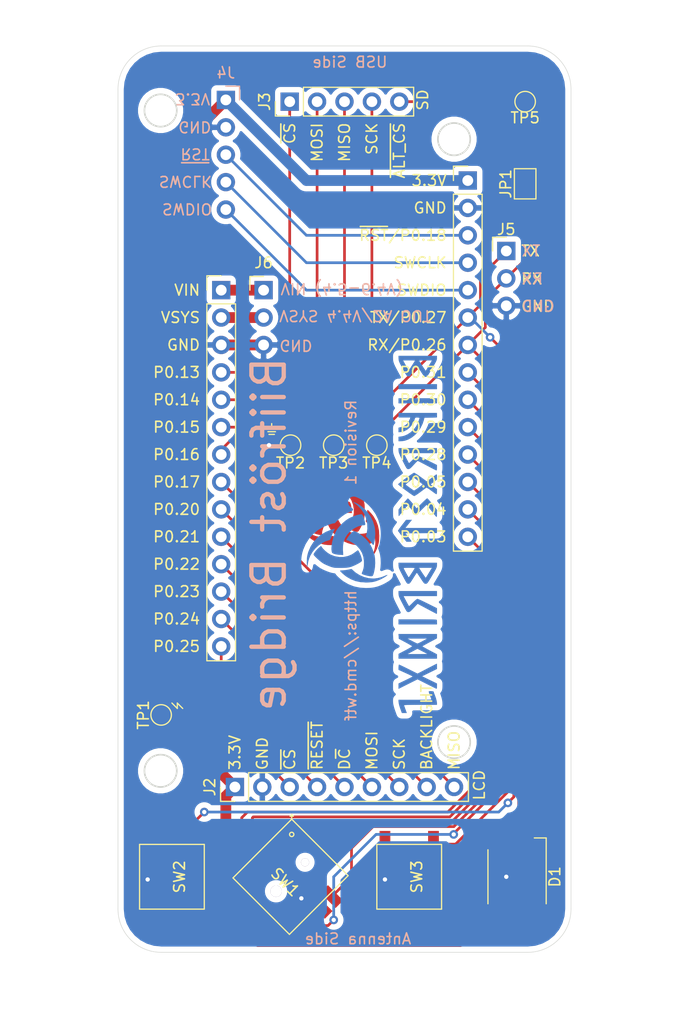
<source format=kicad_pcb>
(kicad_pcb (version 20171130) (host pcbnew "(5.1.6)-1")
  (title_block (title "Biifröst Bridge") (date 2020-08-19) (rev 1) (company cmd.wtf))
  (layers (0 F.Cu signal) (31 B.Cu signal) (34 B.Paste user) (35 F.Paste user) (36 B.SilkS user) (37 F.SilkS user) (38 B.Mask user) (39 F.Mask user) (44 Edge.Cuts user))
  (net 0 "")
  (net 1 "Net-(D1-Pad6)")
  (net 2 "Net-(D1-Pad5)")
  (net 3 +3V3)
  (net 4 GND)
  (net 5 /RX)
  (net 6 /TX)
  (net 7 /SD_SCK)
  (net 8 /LCD_BACKLIGHT)
  (net 9 /SD_MOSI)
  (net 10 /LCD_MOSI)
  (net 11 /LCD_MISO)
  (net 12 /SD_MISO)
  (net 13 /LCD_SCK)
  (net 14 /INPUT_DOWN)
  (net 15 "Net-(J1-Pad17)")
  (net 16 "Net-(J1-Pad19)")
  (net 17 "Net-(J1-Pad18)")
  (net 18 "Net-(J1-Pad22)")
  (net 19 /INPUT_SELECT)
  (net 20 /INPUT_RIGHT)
  (net 21 "Net-(J1-Pad23)")
  (net 22 /INPUT_UP)
  (net 23 /INPUT_LEFT)
  (net 24 /LCD_D~C~)
  (net 25 /~LCD_CS~)
  (net 26 /~LCD_RST~)
  (net 27 /~SD_CS~)
  (net 28 /~ALT_CS~)
  (net 29 /VIN)
  (net 30 /VSYS)
  (module Connector_PinHeader_2.54mm:PinHeader_1x03_P2.54mm_Horizontal (layer F.Cu) (at 13.5 22.63)
    (fp_text reference J6 (at 0 -2.54 180) (layer F.SilkS))
    (fp_text value "OPT PWR *DNP*")
    (pad 3 thru_hole oval (at 0 5.08) (size 1.7 1.7) (drill 1) (layers *.Cu *.Mask) (net 4 GND))
    (pad 2 thru_hole oval (at 0 2.54) (size 1.7 1.7) (drill 1) (layers *.Cu *.Mask) (net 30 /VSYS))
    (pad 1 thru_hole rect (at 0 0) (size 1.7 1.7) (drill 1) (layers *.Cu *.Mask) (net 29 /VIN))
  )
  (module Connector_PinHeader_2.54mm:PinHeader_1x03_P2.54mm_Horizontal (layer F.Cu) (at 36 19)
    (fp_text reference J5 (at 0 -2 180) (layer F.SilkS))
    (fp_text value "DEBUG UART *DNP*")
    (pad 3 thru_hole oval (at 0 5.08) (size 1.7 1.7) (drill 1) (layers *.Cu *.Mask) (net 4 GND))
    (pad 2 thru_hole oval (at 0 2.54) (size 1.7 1.7) (drill 1) (layers *.Cu *.Mask) (net 5 /RX))
    (pad 1 thru_hole rect (at 0 0) (size 1.7 1.7) (drill 1) (layers *.Cu *.Mask) (net 6 /TX))
  )
  (module Connector_PinHeader_2.54mm:PinHeader_1x05_P2.54mm_Horizontal (layer B.Cu) (at 10 5 180)
    (fp_text reference J4 (at 0 2.5) (layer B.SilkS) (effects (justify mirror)))
    (fp_text value CMSIS-DAP)
    (pad 5 thru_hole oval (at 0 -10.16 180) (size 1.7 1.7) (drill 1) (layers *.Cu *.Mask) (net 16 "Net-(J1-Pad19)"))
    (pad 4 thru_hole oval (at 0 -7.62 180) (size 1.7 1.7) (drill 1) (layers *.Cu *.Mask) (net 17 "Net-(J1-Pad18)"))
    (pad 3 thru_hole oval (at 0 -5.08 180) (size 1.7 1.7) (drill 1) (layers *.Cu *.Mask) (net 15 "Net-(J1-Pad17)"))
    (pad 2 thru_hole oval (at 0 -2.54 180) (size 1.7 1.7) (drill 1) (layers *.Cu *.Mask) (net 4 GND))
    (pad 1 thru_hole rect (at 0 0 180) (size 1.7 1.7) (drill 1) (layers *.Cu *.Mask) (net 3 +3V3))
  )
  (module Biifröst:Horn_of_Odin (layer F.Cu) (at 21 44)
    (fp_text reference Ref** hide)
    (fp_text value Val** hide)
    (fp_poly (pts (xy 2.188939 -0.968638) (xy 2.277289 -0.887379) (xy 2.387789 -0.771793) (xy 2.505507 -0.638118) (xy 2.615509 -0.502591) (xy 2.694913 -0.393435) (xy 2.931983 0.018527) (xy 3.095962 0.445124) (xy 3.191356 0.901604) (xy 3.222644 1.3925) (xy 3.213111 1.74173) (xy 3.177286 2.03972) (xy 3.108682 2.31755) (xy 3.00081 2.606298) (xy 2.941242 2.740459) (xy 2.869073 2.885438) (xy 2.785828 3.034937) (xy 2.700965 3.174408) (xy 2.623943 3.289303) (xy 2.564221 3.365073) (xy 2.531258 3.38717) (xy 2.527667 3.376564) (xy 2.544283 3.314868) (xy 2.587384 3.203431) (xy 2.63496 3.094539) (xy 2.736579 2.820454) (xy 2.814343 2.508824) (xy 2.85879 2.202202) (xy 2.865598 2.057465) (xy 2.828897 1.642916) (xy 2.721721 1.225396) (xy 2.552458 0.826981) (xy 2.329495 0.469746) (xy 2.204853 0.318268) (xy 1.973224 0.062309) (xy 2.038779 -0.255061) (xy 2.07203 -0.445738) (xy 2.09562 -0.637699) (xy 2.104333 -0.785882) (xy 2.110285 -0.907228) (xy 2.125515 -0.984554) (xy 2.137675 -0.999333) (xy 2.188939 -0.968638)) (layer F.Cu) (width 0.01))
    (fp_poly (pts (xy -4.20117 0.257614) (xy -4.136852 0.333755) (xy -4.081893 0.410753) (xy -3.906984 0.625161) (xy -3.680217 0.846196) (xy -3.428904 1.050475) (xy -3.180358 1.214618) (xy -3.082209 1.266522) (xy -2.655313 1.430394) (xy -2.215058 1.5214) (xy -1.776443 1.537761) (xy -1.354466 1.477698) (xy -1.337341 1.47348) (xy -1.06944 1.406293) (xy -0.833153 1.622245) (xy -0.685508 1.748397) (xy -0.530259 1.86731) (xy -0.407632 1.949097) (xy -0.307843 2.016789) (xy -0.254404 2.07177) (xy -0.252948 2.093377) (xy -0.326214 2.12812) (xy -0.464039 2.163978) (xy -0.646417 2.197862) (xy -0.853346 2.226684) (xy -1.06482 2.247353) (xy -1.260836 2.256781) (xy -1.312299 2.256968) (xy -1.523037 2.248375) (xy -1.73965 2.228739) (xy -1.920382 2.202014) (xy -1.944202 2.197123) (xy -2.42583 2.053979) (xy -2.867367 1.840805) (xy -3.277486 1.552786) (xy -3.54771 1.30687) (xy -3.761696 1.077365) (xy -3.926239 0.860987) (xy -4.064434 0.627202) (xy -4.070435 0.615722) (xy -4.160941 0.43357) (xy -4.213025 0.31091) (xy -4.226498 0.251128) (xy -4.20117 0.257614)) (layer F.Cu) (width 0.01))
    (fp_poly (pts (xy -0.692223 -0.372981) (xy -0.689667 -0.352556) (xy -0.665932 -0.253815) (xy -0.602434 -0.107978) (xy -0.510727 0.064715) (xy -0.402371 0.24402) (xy -0.288921 0.409697) (xy -0.181935 0.541503) (xy -0.174937 0.548991) (xy 0.137519 0.830037) (xy 0.472499 1.032344) (xy 0.839247 1.159834) (xy 1.247007 1.216434) (xy 1.405833 1.220211) (xy 1.666306 1.211361) (xy 1.883915 1.18141) (xy 2.095556 1.122466) (xy 2.338121 1.026637) (xy 2.364519 1.015151) (xy 2.407547 1.013141) (xy 2.447053 1.058239) (xy 2.492261 1.164286) (xy 2.522392 1.252075) (xy 2.575569 1.439371) (xy 2.619355 1.639222) (xy 2.637941 1.758581) (xy 2.648787 1.877413) (xy 2.641146 1.962059) (xy 2.602609 2.022883) (xy 2.520763 2.07025) (xy 2.383199 2.114524) (xy 2.177505 2.166072) (xy 2.138948 2.175327) (xy 1.80588 2.231761) (xy 1.437672 2.255274) (xy 1.070975 2.245302) (xy 0.742438 2.20128) (xy 0.722798 2.197123) (xy 0.341033 2.085963) (xy -0.04838 1.92188) (xy -0.296548 1.788512) (xy -0.542244 1.615429) (xy -0.793742 1.390371) (xy -1.034221 1.132601) (xy -1.24686 0.861386) (xy -1.414837 0.595991) (xy -1.503901 0.405767) (xy -1.528941 0.319059) (xy -1.518258 0.248845) (xy -1.462962 0.16255) (xy -1.424154 0.113499) (xy -1.3419 0.028775) (xy -1.221332 -0.075528) (xy -1.081602 -0.185182) (xy -0.94186 -0.285959) (xy -0.821258 -0.36363) (xy -0.738947 -0.403967) (xy -0.724024 -0.406666) (xy -0.692223 -0.372981)) (layer F.Cu) (width 0.01))
    (fp_poly (pts (xy 0.262777 -1.784339) (xy 0.39576 -1.763611) (xy 0.472824 -1.730997) (xy 0.522372 -1.666974) (xy 0.561784 -1.578815) (xy 0.599973 -1.448696) (xy 0.632753 -1.270031) (xy 0.653667 -1.078936) (xy 0.65506 -1.0571) (xy 0.675108 -0.712701) (xy 0.213234 -0.734593) (xy -0.204001 -0.728694) (xy -0.569747 -0.664969) (xy -0.898959 -0.538069) (xy -1.206588 -0.342647) (xy -1.435075 -0.145081) (xy -1.64972 0.098079) (xy -1.832386 0.377205) (xy -1.972826 0.671325) (xy -2.060794 0.959466) (xy -2.086667 1.188517) (xy -2.094845 1.284554) (xy -2.133653 1.321711) (xy -2.203083 1.325984) (xy -2.30675 1.312529) (xy -2.454202 1.28086) (xy -2.5735 1.249133) (xy -2.737103 1.196012) (xy -2.890269 1.137157) (xy -2.969393 1.100667) (xy -3.056282 1.049022) (xy -3.09271 0.995384) (xy -3.092716 0.907394) (xy -3.083159 0.838473) (xy -3.023482 0.574428) (xy -2.923613 0.276997) (xy -2.795958 -0.02086) (xy -2.671116 -0.256104) (xy -2.493437 -0.511417) (xy -2.265115 -0.77524) (xy -2.010374 -1.022992) (xy -1.753438 -1.23009) (xy -1.632029 -1.310523) (xy -1.307617 -1.47851) (xy -0.947002 -1.616578) (xy -0.572733 -1.719089) (xy -0.207362 -1.780402) (xy 0.126561 -1.794881) (xy 0.262777 -1.784339)) (layer F.Cu) (width 0.01))
    (fp_poly (pts (xy 0.694079 -3.423494) (xy 0.79382 -3.339254) (xy 0.919708 -3.215861) (xy 1.058925 -3.067232) (xy 1.198651 -2.90728) (xy 1.326067 -2.749921) (xy 1.428354 -2.609071) (xy 1.463629 -2.553333) (xy 1.545813 -2.397312) (xy 1.636989 -2.197713) (xy 1.720467 -1.991636) (xy 1.738796 -1.941725) (xy 1.790454 -1.792903) (xy 1.826603 -1.669741) (xy 1.849976 -1.551396) (xy 1.863307 -1.417025) (xy 1.86933 -1.245785) (xy 1.870779 -1.016832) (xy 1.870733 -0.935833) (xy 1.865861 -0.618295) (xy 1.848838 -0.362093) (xy 1.814764 -0.144205) (xy 1.758739 0.058387) (xy 1.675863 0.268704) (xy 1.564368 0.5035) (xy 1.443595 0.734436) (xy 1.346563 0.893687) (xy 1.267642 0.988978) (xy 1.201202 1.028031) (xy 1.180701 1.029881) (xy 1.101357 1.017709) (xy 0.974215 0.989455) (xy 0.881096 0.965674) (xy 0.737676 0.918855) (xy 0.582593 0.855468) (xy 0.436192 0.785591) (xy 0.318815 0.7193) (xy 0.250806 0.666671) (xy 0.241667 0.648944) (xy 0.266784 0.601509) (xy 0.331525 0.512541) (xy 0.393179 0.435995) (xy 0.622149 0.098225) (xy 0.77822 -0.27298) (xy 0.860339 -0.666258) (xy 0.867453 -1.070245) (xy 0.798507 -1.473581) (xy 0.652448 -1.864902) (xy 0.613635 -1.941203) (xy 0.469486 -2.16646) (xy 0.283391 -2.393358) (xy 0.0827 -2.590565) (xy -0.031808 -2.680534) (xy -0.157115 -2.76808) (xy -0.000359 -2.959379) (xy 0.11651 -3.086028) (xy 0.255681 -3.213465) (xy 0.398265 -3.32693) (xy 0.525374 -3.411657) (xy 0.618122 -3.452885) (xy 0.633305 -3.454667) (xy 0.694079 -3.423494)) (layer F.Cu) (width 0.01))
    (fp_poly (pts (xy 1.43138 -4.080528) (xy 1.623659 -4.07529) (xy 1.745219 -4.069247) (xy 1.793811 -4.059932) (xy 1.767187 -4.044879) (xy 1.663098 -4.021623) (xy 1.479296 -3.987698) (xy 1.321167 -3.959667) (xy 1.163249 -3.919424) (xy 0.966147 -3.851763) (xy 0.765315 -3.769236) (xy 0.707333 -3.742352) (xy 0.382032 -3.550184) (xy 0.076911 -3.30127) (xy -0.195244 -3.010941) (xy -0.421643 -2.694527) (xy -0.589498 -2.36736) (xy -0.679163 -2.080171) (xy -0.702419 -1.991533) (xy -0.740256 -1.933174) (xy -0.812975 -1.88821) (xy -0.940875 -1.839758) (xy -0.987161 -1.824003) (xy -1.172734 -1.755206) (xy -1.365271 -1.674391) (xy -1.48201 -1.619389) (xy -1.623623 -1.549432) (xy -1.705424 -1.51505) (xy -1.741821 -1.511079) (xy -1.748 -1.524041) (xy -1.736513 -1.569757) (xy -1.706254 -1.674555) (xy -1.663531 -1.816648) (xy -1.659157 -1.830957) (xy -1.469776 -2.310617) (xy -1.211622 -2.747511) (xy -0.89152 -3.135098) (xy -0.516296 -3.466834) (xy -0.092776 -3.736178) (xy 0.372216 -3.936587) (xy 0.611113 -4.00713) (xy 0.812027 -4.050478) (xy 1.010415 -4.074779) (xy 1.238337 -4.082901) (xy 1.43138 -4.080528)) (layer F.Cu) (width 0.01))
  )
  (module Biifröst:Logo (layer B.Cu) (at 21.59 46.5 270)
    (fp_text reference Ref** hide)
    (fp_text value Val** hide)
    (fp_poly (pts (xy 1.43138 4.080528) (xy 1.623659 4.07529) (xy 1.745219 4.069247) (xy 1.793811 4.059932) (xy 1.767187 4.044879) (xy 1.663098 4.021623) (xy 1.479296 3.987698) (xy 1.321167 3.959667) (xy 1.163249 3.919424) (xy 0.966147 3.851763) (xy 0.765315 3.769236) (xy 0.707333 3.742352) (xy 0.382032 3.550184) (xy 0.076911 3.30127) (xy -0.195244 3.010941) (xy -0.421643 2.694527) (xy -0.589498 2.36736) (xy -0.679163 2.080171) (xy -0.702419 1.991533) (xy -0.740256 1.933174) (xy -0.812975 1.88821) (xy -0.940875 1.839758) (xy -0.987161 1.824003) (xy -1.172734 1.755206) (xy -1.365271 1.674391) (xy -1.48201 1.619389) (xy -1.623623 1.549432) (xy -1.705424 1.51505) (xy -1.741821 1.511079) (xy -1.748 1.524041) (xy -1.736513 1.569757) (xy -1.706254 1.674555) (xy -1.663531 1.816648) (xy -1.659157 1.830957) (xy -1.469776 2.310617) (xy -1.211622 2.747511) (xy -0.89152 3.135098) (xy -0.516296 3.466834) (xy -0.092776 3.736178) (xy 0.372216 3.936587) (xy 0.611113 4.00713) (xy 0.812027 4.050478) (xy 1.010415 4.074779) (xy 1.238337 4.082901) (xy 1.43138 4.080528)) (layer B.Cu) (width 0.01))
    (fp_poly (pts (xy 0.694079 3.423494) (xy 0.79382 3.339254) (xy 0.919708 3.215861) (xy 1.058925 3.067232) (xy 1.198651 2.90728) (xy 1.326067 2.749921) (xy 1.428354 2.609071) (xy 1.463629 2.553333) (xy 1.545813 2.397312) (xy 1.636989 2.197713) (xy 1.720467 1.991636) (xy 1.738796 1.941725) (xy 1.790454 1.792903) (xy 1.826603 1.669741) (xy 1.849976 1.551396) (xy 1.863307 1.417025) (xy 1.86933 1.245785) (xy 1.870779 1.016832) (xy 1.870733 0.935833) (xy 1.865861 0.618295) (xy 1.848838 0.362093) (xy 1.814764 0.144205) (xy 1.758739 -0.058387) (xy 1.675863 -0.268704) (xy 1.564368 -0.5035) (xy 1.443595 -0.734436) (xy 1.346563 -0.893687) (xy 1.267642 -0.988978) (xy 1.201202 -1.028031) (xy 1.180701 -1.029881) (xy 1.101357 -1.017709) (xy 0.974215 -0.989455) (xy 0.881096 -0.965674) (xy 0.737676 -0.918855) (xy 0.582593 -0.855468) (xy 0.436192 -0.785591) (xy 0.318815 -0.7193) (xy 0.250806 -0.666671) (xy 0.241667 -0.648944) (xy 0.266784 -0.601509) (xy 0.331525 -0.512541) (xy 0.393179 -0.435995) (xy 0.622149 -0.098225) (xy 0.77822 0.27298) (xy 0.860339 0.666258) (xy 0.867453 1.070245) (xy 0.798507 1.473581) (xy 0.652448 1.864902) (xy 0.613635 1.941203) (xy 0.469486 2.16646) (xy 0.283391 2.393358) (xy 0.0827 2.590565) (xy -0.031808 2.680534) (xy -0.157115 2.76808) (xy -0.000359 2.959379) (xy 0.11651 3.086028) (xy 0.255681 3.213465) (xy 0.398265 3.32693) (xy 0.525374 3.411657) (xy 0.618122 3.452885) (xy 0.633305 3.454667) (xy 0.694079 3.423494)) (layer B.Cu) (width 0.01))
    (fp_poly (pts (xy 0.262777 1.784339) (xy 0.39576 1.763611) (xy 0.472824 1.730997) (xy 0.522372 1.666974) (xy 0.561784 1.578815) (xy 0.599973 1.448696) (xy 0.632753 1.270031) (xy 0.653667 1.078936) (xy 0.65506 1.0571) (xy 0.675108 0.712701) (xy 0.213234 0.734593) (xy -0.204001 0.728694) (xy -0.569747 0.664969) (xy -0.898959 0.538069) (xy -1.206588 0.342647) (xy -1.435075 0.145081) (xy -1.64972 -0.098079) (xy -1.832386 -0.377205) (xy -1.972826 -0.671325) (xy -2.060794 -0.959466) (xy -2.086667 -1.188517) (xy -2.094845 -1.284554) (xy -2.133653 -1.321711) (xy -2.203083 -1.325984) (xy -2.30675 -1.312529) (xy -2.454202 -1.28086) (xy -2.5735 -1.249133) (xy -2.737103 -1.196012) (xy -2.890269 -1.137157) (xy -2.969393 -1.100667) (xy -3.056282 -1.049022) (xy -3.09271 -0.995384) (xy -3.092716 -0.907394) (xy -3.083159 -0.838473) (xy -3.023482 -0.574428) (xy -2.923613 -0.276997) (xy -2.795958 0.02086) (xy -2.671116 0.256104) (xy -2.493437 0.511417) (xy -2.265115 0.77524) (xy -2.010374 1.022992) (xy -1.753438 1.23009) (xy -1.632029 1.310523) (xy -1.307617 1.47851) (xy -0.947002 1.616578) (xy -0.572733 1.719089) (xy -0.207362 1.780402) (xy 0.126561 1.794881) (xy 0.262777 1.784339)) (layer B.Cu) (width 0.01))
    (fp_poly (pts (xy -0.692223 0.372981) (xy -0.689667 0.352556) (xy -0.665932 0.253815) (xy -0.602434 0.107978) (xy -0.510727 -0.064715) (xy -0.402371 -0.24402) (xy -0.288921 -0.409697) (xy -0.181935 -0.541503) (xy -0.174937 -0.548991) (xy 0.137519 -0.830037) (xy 0.472499 -1.032344) (xy 0.839247 -1.159834) (xy 1.247007 -1.216434) (xy 1.405833 -1.220211) (xy 1.666306 -1.211361) (xy 1.883915 -1.18141) (xy 2.095556 -1.122466) (xy 2.338121 -1.026637) (xy 2.364519 -1.015151) (xy 2.407547 -1.013141) (xy 2.447053 -1.058239) (xy 2.492261 -1.164286) (xy 2.522392 -1.252075) (xy 2.575569 -1.439371) (xy 2.619355 -1.639222) (xy 2.637941 -1.758581) (xy 2.648787 -1.877413) (xy 2.641146 -1.962059) (xy 2.602609 -2.022883) (xy 2.520763 -2.07025) (xy 2.383199 -2.114524) (xy 2.177505 -2.166072) (xy 2.138948 -2.175327) (xy 1.80588 -2.231761) (xy 1.437672 -2.255274) (xy 1.070975 -2.245302) (xy 0.742438 -2.20128) (xy 0.722798 -2.197123) (xy 0.341033 -2.085963) (xy -0.04838 -1.92188) (xy -0.296548 -1.788512) (xy -0.542244 -1.615429) (xy -0.793742 -1.390371) (xy -1.034221 -1.132601) (xy -1.24686 -0.861386) (xy -1.414837 -0.595991) (xy -1.503901 -0.405767) (xy -1.528941 -0.319059) (xy -1.518258 -0.248845) (xy -1.462962 -0.16255) (xy -1.424154 -0.113499) (xy -1.3419 -0.028775) (xy -1.221332 0.075528) (xy -1.081602 0.185182) (xy -0.94186 0.285959) (xy -0.821258 0.36363) (xy -0.738947 0.403967) (xy -0.724024 0.406666) (xy -0.692223 0.372981)) (layer B.Cu) (width 0.01))
    (fp_poly (pts (xy -4.20117 -0.257614) (xy -4.136852 -0.333755) (xy -4.081893 -0.410753) (xy -3.906984 -0.625161) (xy -3.680217 -0.846196) (xy -3.428904 -1.050475) (xy -3.180358 -1.214618) (xy -3.082209 -1.266522) (xy -2.655313 -1.430394) (xy -2.215058 -1.5214) (xy -1.776443 -1.537761) (xy -1.354466 -1.477698) (xy -1.337341 -1.47348) (xy -1.06944 -1.406293) (xy -0.833153 -1.622245) (xy -0.685508 -1.748397) (xy -0.530259 -1.86731) (xy -0.407632 -1.949097) (xy -0.307843 -2.016789) (xy -0.254404 -2.07177) (xy -0.252948 -2.093377) (xy -0.326214 -2.12812) (xy -0.464039 -2.163978) (xy -0.646417 -2.197862) (xy -0.853346 -2.226684) (xy -1.06482 -2.247353) (xy -1.260836 -2.256781) (xy -1.312299 -2.256968) (xy -1.523037 -2.248375) (xy -1.73965 -2.228739) (xy -1.920382 -2.202014) (xy -1.944202 -2.197123) (xy -2.42583 -2.053979) (xy -2.867367 -1.840805) (xy -3.277486 -1.552786) (xy -3.54771 -1.30687) (xy -3.761696 -1.077365) (xy -3.926239 -0.860987) (xy -4.064434 -0.627202) (xy -4.070435 -0.615722) (xy -4.160941 -0.43357) (xy -4.213025 -0.31091) (xy -4.226498 -0.251128) (xy -4.20117 -0.257614)) (layer B.Cu) (width 0.01))
    (fp_poly (pts (xy 2.188939 0.968638) (xy 2.277289 0.887379) (xy 2.387789 0.771793) (xy 2.505507 0.638118) (xy 2.615509 0.502591) (xy 2.694913 0.393435) (xy 2.931983 -0.018527) (xy 3.095962 -0.445124) (xy 3.191356 -0.901604) (xy 3.222644 -1.3925) (xy 3.213111 -1.74173) (xy 3.177286 -2.03972) (xy 3.108682 -2.31755) (xy 3.00081 -2.606298) (xy 2.941242 -2.740459) (xy 2.869073 -2.885438) (xy 2.785828 -3.034937) (xy 2.700965 -3.174408) (xy 2.623943 -3.289303) (xy 2.564221 -3.365073) (xy 2.531258 -3.38717) (xy 2.527667 -3.376564) (xy 2.544283 -3.314868) (xy 2.587384 -3.203431) (xy 2.63496 -3.094539) (xy 2.736579 -2.820454) (xy 2.814343 -2.508824) (xy 2.85879 -2.202202) (xy 2.865598 -2.057465) (xy 2.828897 -1.642916) (xy 2.721721 -1.225396) (xy 2.552458 -0.826981) (xy 2.329495 -0.469746) (xy 2.204853 -0.318268) (xy 1.973224 -0.062309) (xy 2.038779 0.255061) (xy 2.07203 0.445738) (xy 2.09562 0.637699) (xy 2.104333 0.785882) (xy 2.110285 0.907228) (xy 2.125515 0.984554) (xy 2.137675 0.999333) (xy 2.188939 0.968638)) (layer B.Cu) (width 0.01))
  )
  (module Biifröst:Wordmark (layer B.Cu) (at 28 45.25 270)
    (fp_text reference Ref** hide)
    (fp_text value Val** hide)
    (fp_poly (pts (xy 15.663114 1.970965) (xy 15.846727 1.927958) (xy 16.058884 1.863789) (xy 16.146494 1.833475) (xy 16.573 1.680283) (xy 16.573 1.225556) (xy 16.22623 1.352111) (xy 16.066239 1.409152) (xy 15.936662 1.452839) (xy 15.8579 1.476397) (xy 15.84523 1.478666) (xy 15.837375 1.437908) (xy 15.830155 1.32193) (xy 15.823782 1.140178) (xy 15.818467 0.902097) (xy 15.814424 0.617135) (xy 15.811865 0.294737) (xy 15.811 -0.045334) (xy 15.811 -1.569334) (xy 15.609917 -1.564852) (xy 15.464809 -1.545188) (xy 15.267112 -1.495304) (xy 15.040645 -1.421442) (xy 14.9855 -1.401158) (xy 14.562167 -1.241946) (xy 14.549371 -1.02464) (xy 14.54931 -0.898972) (xy 14.563874 -0.8214) (xy 14.578233 -0.807334) (xy 14.634654 -0.821183) (xy 14.749268 -0.858129) (xy 14.901094 -0.911272) (xy 14.964333 -0.934334) (xy 15.121296 -0.991482) (xy 15.245364 -1.03529) (xy 15.317223 -1.058995) (xy 15.327054 -1.061334) (xy 15.331249 -1.020575) (xy 15.335105 -0.904595) (xy 15.338508 -0.722842) (xy 15.341346 -0.48476) (xy 15.343505 -0.199795) (xy 15.344871 0.122605) (xy 15.345333 0.462666) (xy 15.345333 1.986666) (xy 15.53266 1.986666) (xy 15.663114 1.970965)) (layer B.Cu) (width 0.01))
    (fp_poly (pts (xy 13.450522 0.229796) (xy 13.887668 -0.638019) (xy 14.012617 -0.887206) (xy 14.123839 -1.111198) (xy 14.21593 -1.298933) (xy 14.283487 -1.439348) (xy 14.321104 -1.52138) (xy 14.327074 -1.537584) (xy 14.289952 -1.554541) (xy 14.191395 -1.56606) (xy 14.083038 -1.569334) (xy 13.836742 -1.569334) (xy 13.502196 -0.881417) (xy 13.167649 -0.1935) (xy 12.491351 -1.569334) (xy 12.246175 -1.569334) (xy 12.114834 -1.567614) (xy 12.025857 -1.563157) (xy 12.001 -1.558355) (xy 12.019614 -1.519328) (xy 12.071872 -1.415676) (xy 12.152394 -1.257912) (xy 12.255803 -1.056549) (xy 12.37672 -0.822101) (xy 12.461213 -0.658772) (xy 12.921425 0.229833) (xy 12.503546 1.065513) (xy 12.38181 1.310823) (xy 12.274037 1.531559) (xy 12.185695 1.716225) (xy 12.122255 1.853322) (xy 12.089186 1.931352) (xy 12.085667 1.94393) (xy 12.124184 1.967163) (xy 12.224655 1.982489) (xy 12.329083 1.986419) (xy 12.5725 1.986171) (xy 12.868833 1.331608) (xy 12.967454 1.116398) (xy 13.054694 0.930988) (xy 13.124449 0.787954) (xy 13.170617 0.699868) (xy 13.186333 0.677397) (xy 13.210655 0.713715) (xy 13.264847 0.814163) (xy 13.342557 0.966348) (xy 13.437431 1.157872) (xy 13.521957 1.332207) (xy 13.836414 1.986666) (xy 14.329718 1.986666) (xy 13.450522 0.229796)) (layer B.Cu) (width 0.01))
    (fp_poly (pts (xy 9.469546 1.978295) (xy 9.689758 1.9655) (xy 10.018553 1.352109) (xy 10.130801 1.146018) (xy 10.231207 0.967877) (xy 10.312315 0.830431) (xy 10.36667 0.746421) (xy 10.384673 0.726275) (xy 10.41562 0.757687) (xy 10.477938 0.852526) (xy 10.564486 0.998821) (xy 10.668125 1.184598) (xy 10.756416 1.34956) (xy 11.090833 1.985286) (xy 11.535333 1.986666) (xy 11.535333 -1.569334) (xy 11.127506 -1.569334) (xy 10.770503 -0.892835) (xy 10.655396 -0.67682) (xy 10.553365 -0.489329) (xy 10.471033 -0.342208) (xy 10.415018 -0.247299) (xy 10.392333 -0.216274) (xy 10.366684 -0.251764) (xy 10.308326 -0.350402) (xy 10.223914 -0.500376) (xy 10.120104 -0.689874) (xy 10.011333 -0.892452) (xy 9.6515 -1.568693) (xy 9.450417 -1.569013) (xy 9.249333 -1.569334) (xy 9.249333 -0.659167) (xy 9.673686 -0.659167) (xy 9.78317 -0.468667) (xy 9.865359 -0.320776) (xy 9.959223 -0.144912) (xy 10.015494 -0.035957) (xy 10.079015 0.094237) (xy 10.1232 0.194262) (xy 10.137725 0.238986) (xy 10.619273 0.238986) (xy 10.855053 -0.220039) (xy 10.946332 -0.396205) (xy 11.022957 -0.541192) (xy 11.077152 -0.640488) (xy 11.101141 -0.679583) (xy 11.101417 -0.679698) (xy 11.104481 -0.639582) (xy 11.107141 -0.526941) (xy 11.109266 -0.353917) (xy 11.110724 -0.13265) (xy 11.111383 0.124717) (xy 11.11139 0.240416) (xy 11.11078 1.161166) (xy 10.865026 0.700076) (xy 10.619273 0.238986) (xy 10.137725 0.238986) (xy 10.137798 0.239209) (xy 10.119108 0.287674) (xy 10.06866 0.394995) (xy 9.994217 0.545154) (xy 9.906384 0.716666) (xy 9.675507 1.161166) (xy 9.674596 0.251) (xy 9.673686 -0.659167) (xy 9.249333 -0.659167) (xy 9.249333 1.991091) (xy 9.469546 1.978295)) (layer B.Cu) (width 0.01))
    (fp_poly (pts (xy 8.360333 -1.569334) (xy 8.155722 -1.569334) (xy 8.030314 -1.563933) (xy 7.942979 -1.550215) (xy 7.922889 -1.541111) (xy 7.91682 -1.494034) (xy 7.911198 -1.371297) (xy 7.906167 -1.181906) (xy 7.90187 -0.934867) (xy 7.898449 -0.639186) (xy 7.896047 -0.303869) (xy 7.894807 0.062078) (xy 7.894667 0.236889) (xy 7.894667 1.986666) (xy 8.360333 1.986666) (xy 8.360333 -1.569334)) (layer B.Cu) (width 0.01))
    (fp_poly (pts (xy 5.595013 1.983652) (xy 5.679889 1.971124) (xy 5.77469 1.943852) (xy 5.892666 1.896608) (xy 6.047066 1.824162) (xy 6.251139 1.721286) (xy 6.480478 1.602399) (xy 6.732714 1.470482) (xy 6.919617 1.370629) (xy 7.05098 1.295856) (xy 7.136593 1.239178) (xy 7.186248 1.193609) (xy 7.209737 1.152165) (xy 7.216851 1.107862) (xy 7.217333 1.076759) (xy 7.210237 1.009857) (xy 7.18213 0.943134) (xy 7.122783 0.86327) (xy 7.021966 0.756946) (xy 6.86945 0.610843) (xy 6.834177 0.577854) (xy 6.45102 0.220321) (xy 6.918843 -0.657024) (xy 7.0508 -0.905206) (xy 7.168343 -1.127642) (xy 7.26594 -1.313754) (xy 7.338061 -1.452962) (xy 7.379174 -1.534685) (xy 7.386667 -1.551852) (xy 7.348112 -1.560903) (xy 7.247546 -1.56722) (xy 7.121604 -1.569334) (xy 6.856541 -1.569334) (xy 6.423104 -0.701233) (xy 6.29871 -0.448935) (xy 6.188264 -0.218877) (xy 6.097177 -0.022831) (xy 6.030862 0.12743) (xy 5.99473 0.220131) (xy 5.989667 0.241677) (xy 6.018365 0.30026) (xy 6.096183 0.401912) (xy 6.210704 0.531547) (xy 6.328333 0.653166) (xy 6.463348 0.789385) (xy 6.572805 0.903617) (xy 6.644596 0.982968) (xy 6.667 1.013779) (xy 6.63174 1.041422) (xy 6.535516 1.099512) (xy 6.392659 1.17978) (xy 6.217501 1.273956) (xy 6.201333 1.282468) (xy 5.735667 1.527224) (xy 5.735667 -1.569334) (xy 5.27 -1.569334) (xy 5.27 1.986666) (xy 5.506811 1.986666) (xy 5.595013 1.983652)) (layer B.Cu) (width 0.01))
    (fp_poly (pts (xy 2.972493 1.983784) (xy 3.056885 1.971628) (xy 3.150457 1.944936) (xy 3.266468 1.898446) (xy 3.418176 1.826894) (xy 3.61884 1.725018) (xy 3.857689 1.600195) (xy 4.109681 1.467177) (xy 4.296344 1.366309) (xy 4.427466 1.290682) (xy 4.512835 1.233386) (xy 4.562242 1.187512) (xy 4.585475 1.146151) (xy 4.592322 1.102393) (xy 4.592667 1.081419) (xy 4.587934 1.026046) (xy 4.566351 0.976149) (xy 4.51684 0.921926) (xy 4.428323 0.853578) (xy 4.289723 0.761304) (xy 4.089961 0.635305) (xy 4.084667 0.632) (xy 3.902637 0.516934) (xy 3.74952 0.417411) (xy 3.638173 0.341998) (xy 3.581452 0.299267) (xy 3.57688 0.293526) (xy 3.610533 0.264165) (xy 3.702884 0.197988) (xy 3.84126 0.10373) (xy 4.012989 -0.009874) (xy 4.08488 -0.056639) (xy 4.284704 -0.187088) (xy 4.423884 -0.282421) (xy 4.513341 -0.352768) (xy 4.563995 -0.408258) (xy 4.586768 -0.459019) (xy 4.592579 -0.515182) (xy 4.592667 -0.527626) (xy 4.590322 -0.576603) (xy 4.57713 -0.620054) (xy 4.543852 -0.665239) (xy 4.481251 -0.71942) (xy 4.380087 -0.789856) (xy 4.231123 -0.883808) (xy 4.02512 -1.008536) (xy 3.839481 -1.11957) (xy 3.583501 -1.271612) (xy 3.387607 -1.38505) (xy 3.239673 -1.465486) (xy 3.127572 -1.51852) (xy 3.03918 -1.549753) (xy 2.962371 -1.564787) (xy 2.885019 -1.569223) (xy 2.865814 -1.569334) (xy 2.645333 -1.569334) (xy 2.645333 -1.113404) (xy 3.111 -1.113404) (xy 3.20625 -1.05267) (xy 3.282737 -1.005255) (xy 3.410982 -0.927131) (xy 3.570057 -0.831009) (xy 3.671917 -0.769793) (xy 3.826315 -0.675621) (xy 3.949184 -0.597677) (xy 4.025201 -0.545862) (xy 4.042333 -0.530417) (xy 4.009561 -0.501397) (xy 3.922374 -0.437695) (xy 3.797468 -0.350587) (xy 3.651538 -0.251348) (xy 3.501279 -0.151251) (xy 3.363386 -0.061571) (xy 3.254555 0.006418) (xy 3.20625 0.0342) (xy 3.111 0.084645) (xy 3.111 -1.113404) (xy 2.645333 -1.113404) (xy 2.645333 0.98973) (xy 3.111 0.98973) (xy 3.11258 0.765364) (xy 3.118137 0.614671) (xy 3.128901 0.5267) (xy 3.146098 0.490503) (xy 3.166773 0.492313) (xy 3.223888 0.528124) (xy 3.33493 0.598618) (xy 3.482561 0.692765) (xy 3.611273 0.775085) (xy 3.76858 0.878087) (xy 3.895303 0.965387) (xy 3.976851 1.02665) (xy 3.999775 1.050252) (xy 3.965055 1.077875) (xy 3.873173 1.134248) (xy 3.742291 1.209454) (xy 3.590569 1.293578) (xy 3.436167 1.376706) (xy 3.297249 1.448921) (xy 3.191973 1.500308) (xy 3.138501 1.520952) (xy 3.137547 1.521) (xy 3.127509 1.481335) (xy 3.11921 1.373007) (xy 3.11345 1.212011) (xy 3.111028 1.014345) (xy 3.111 0.98973) (xy 2.645333 0.98973) (xy 2.645333 1.986666) (xy 2.884022 1.986666) (xy 2.972493 1.983784)) (layer B.Cu) (width 0.01))
    (fp_poly (pts (xy -0.269891 2.010974) (xy -0.171341 1.938847) (xy -0.032251 1.832988) (xy 0.134626 1.703019) (xy 0.210679 1.642965) (xy 0.698 1.256605) (xy 0.698 1.036025) (xy 0.693412 0.90637) (xy 0.681665 0.814685) (xy 0.672148 0.789593) (xy 0.63097 0.804039) (xy 0.53899 0.862941) (xy 0.410442 0.956538) (xy 0.280565 1.058088) (xy -0.085167 1.352435) (xy -0.096299 -0.108449) (xy -0.107431 -1.569334) (xy -0.572 -1.569334) (xy -0.572 1.361866) (xy -0.7625 1.208599) (xy -0.914194 1.086555) (xy -1.07828 0.95454) (xy -1.1435 0.902067) (xy -1.334 0.748801) (xy -1.334 1.288548) (xy -0.843829 1.669357) (xy -0.668234 1.803162) (xy -0.515097 1.914945) (xy -0.397188 1.99576) (xy -0.327276 2.036659) (xy -0.315149 2.039746) (xy -0.269891 2.010974)) (layer B.Cu) (width 0.01))
    (fp_poly (pts (xy -1.830635 1.984236) (xy -1.721545 1.978912) (xy -1.67336 1.971156) (xy -1.672667 1.970038) (xy -1.703909 1.939231) (xy -1.790086 1.865182) (xy -1.919868 1.757354) (xy -2.08193 1.625209) (xy -2.180667 1.545635) (xy -2.355618 1.404286) (xy -2.504528 1.282228) (xy -2.616077 1.188881) (xy -2.678943 1.133665) (xy -2.688667 1.122959) (xy -2.657801 1.092131) (xy -2.573694 1.019068) (xy -2.449082 0.9146) (xy -2.296702 0.789553) (xy -2.291972 0.785709) (xy -2.132166 0.654115) (xy -1.99329 0.536539) (xy -1.890595 0.446105) (xy -1.840149 0.396936) (xy -1.826144 0.364574) (xy -1.837718 0.319852) (xy -1.882199 0.253281) (xy -1.966912 0.155373) (xy -2.099183 0.016639) (xy -2.25716 -0.143161) (xy -2.729297 -0.616834) (xy -2.160061 -1.061334) (xy -1.972931 -1.209168) (xy -1.811504 -1.339959) (xy -1.686725 -1.444573) (xy -1.609539 -1.513875) (xy -1.589413 -1.537584) (xy -1.627681 -1.55241) (xy -1.730545 -1.563539) (xy -1.877952 -1.569055) (xy -1.922168 -1.569334) (xy -2.256336 -1.569334) (xy -2.790001 -1.146267) (xy -2.970631 -0.999956) (xy -3.12511 -0.868886) (xy -3.242185 -0.763082) (xy -3.310606 -0.692571) (xy -3.323667 -0.670679) (xy -3.295141 -0.623952) (xy -3.216453 -0.529541) (xy -3.097939 -0.398995) (xy -2.949935 -0.243862) (xy -2.859296 -0.151829) (xy -2.394926 0.3145) (xy -2.85943 0.6955) (xy -3.025311 0.835653) (xy -3.163467 0.960216) (xy -3.262376 1.058185) (xy -3.31052 1.118557) (xy -3.313218 1.128912) (xy -3.277766 1.172214) (xy -3.187147 1.256879) (xy -3.053207 1.372528) (xy -2.887795 1.50878) (xy -2.7945 1.583359) (xy -2.2865 1.985394) (xy -1.979583 1.98603) (xy -1.830635 1.984236)) (layer B.Cu) (width 0.01))
    (fp_poly (pts (xy -4.587976 1.995291) (xy -4.51078 1.906) (xy -4.403412 1.771543) (xy -4.274847 1.60417) (xy -4.134062 1.416129) (xy -3.990032 1.219666) (xy -3.851733 1.027031) (xy -3.728141 0.85047) (xy -3.628232 0.702231) (xy -3.560981 0.594563) (xy -3.535366 0.539714) (xy -3.535333 0.538888) (xy -3.559844 0.477988) (xy -3.627234 0.364554) (xy -3.728289 0.212798) (xy -3.853794 0.03693) (xy -3.908395 -0.036477) (xy -4.04304 -0.216089) (xy -4.1605 -0.374109) (xy -4.250807 -0.497024) (xy -4.303992 -0.571322) (xy -4.312632 -0.584392) (xy -4.301064 -0.640456) (xy -4.239501 -0.751981) (xy -4.13322 -0.91029) (xy -4.024238 -1.058599) (xy -3.902352 -1.222918) (xy -3.801892 -1.364776) (xy -3.732751 -1.469735) (xy -3.704824 -1.523353) (xy -3.704667 -1.524958) (xy -3.743769 -1.550078) (xy -3.848702 -1.565106) (xy -3.948083 -1.567891) (xy -4.1915 -1.566448) (xy -4.406014 -1.273897) (xy -4.620527 -0.981346) (xy -5.060545 -1.569334) (xy -5.316438 -1.569334) (xy -5.460978 -1.564936) (xy -5.532808 -1.54992) (xy -5.543515 -1.521555) (xy -5.540828 -1.516417) (xy -5.504155 -1.463469) (xy -5.427474 -1.358237) (xy -5.321948 -1.215887) (xy -5.198741 -1.051586) (xy -5.196872 -1.049107) (xy -4.884417 -0.634713) (xy -5.289375 -0.084948) (xy -5.427016 0.106947) (xy -5.544596 0.28048) (xy -5.633462 0.422105) (xy -5.684963 0.518278) (xy -5.693828 0.547333) (xy -5.230259 0.547333) (xy -4.927972 0.145166) (xy -4.809627 -0.011019) (xy -4.710917 -0.138912) (xy -4.642159 -0.225307) (xy -4.613678 -0.257) (xy -4.585487 -0.225007) (xy -4.518124 -0.138197) (xy -4.422082 -0.010326) (xy -4.322503 0.12479) (xy -4.210255 0.282039) (xy -4.119563 0.416205) (xy -4.060691 0.511635) (xy -4.043333 0.550622) (xy -4.066884 0.596436) (xy -4.129358 0.692499) (xy -4.218492 0.821622) (xy -4.322018 0.966615) (xy -4.427673 1.110289) (xy -4.523191 1.235453) (xy -4.593587 1.321805) (xy -4.628582 1.303272) (xy -4.702411 1.228043) (xy -4.804339 1.108061) (xy -4.923632 0.95527) (xy -4.926552 0.951389) (xy -5.230259 0.547333) (xy -5.693828 0.547333) (xy -5.694333 0.548987) (xy -5.67047 0.602497) (xy -5.604889 0.709594) (xy -5.506605 0.857807) (xy -5.384631 1.034663) (xy -5.247982 1.22769) (xy -5.105671 1.424414) (xy -4.966713 1.612364) (xy -4.840121 1.779068) (xy -4.734909 1.912053) (xy -4.660093 1.998846) (xy -4.626024 2.027171) (xy -4.587976 1.995291)) (layer B.Cu) (width 0.01))
    (fp_poly (pts (xy -7.684627 1.982009) (xy -7.595115 1.964739) (xy -7.487046 1.929908) (xy -7.347783 1.872567) (xy -7.164687 1.787767) (xy -6.92512 1.670562) (xy -6.794555 1.605443) (xy -6.536648 1.476) (xy -6.344733 1.377715) (xy -6.209057 1.303911) (xy -6.11987 1.24791) (xy -6.06742 1.203036) (xy -6.041957 1.162611) (xy -6.033728 1.119958) (xy -6.033 1.08396) (xy -6.040178 1.017232) (xy -6.068632 0.950866) (xy -6.12874 0.871522) (xy -6.230883 0.765861) (xy -6.385438 0.620545) (xy -6.414 0.594304) (xy -6.560534 0.457448) (xy -6.680951 0.340269) (xy -6.763128 0.2549) (xy -6.794946 0.213478) (xy -6.795 0.212888) (xy -6.775924 0.167789) (xy -6.722489 0.059194) (xy -6.640385 -0.101797) (xy -6.535302 -0.304086) (xy -6.412931 -0.536572) (xy -6.3505 -0.654173) (xy -6.221818 -0.897639) (xy -6.107754 -1.116742) (xy -6.014015 -1.300253) (xy -5.946304 -1.436939) (xy -5.910325 -1.515571) (xy -5.906 -1.529274) (xy -5.944453 -1.550408) (xy -6.044395 -1.564924) (xy -6.159798 -1.569334) (xy -6.413597 -1.569334) (xy -6.837132 -0.72307) (xy -6.960408 -0.472634) (xy -7.069564 -0.242997) (xy -7.159071 -0.046444) (xy -7.223401 0.104742) (xy -7.257025 0.198275) (xy -7.260667 0.217962) (xy -7.227319 0.300147) (xy -7.128688 0.43086) (xy -6.966896 0.607391) (xy -6.913645 0.661566) (xy -6.779271 0.799443) (xy -6.672475 0.914417) (xy -6.604327 0.994185) (xy -6.585561 1.026242) (xy -6.628417 1.050769) (xy -6.731241 1.105935) (xy -6.878727 1.183618) (xy -7.05557 1.275696) (xy -7.059583 1.277775) (xy -7.514667 1.513466) (xy -7.514667 -1.569334) (xy -7.980333 -1.569334) (xy -7.980333 1.986666) (xy -7.768221 1.986666) (xy -7.684627 1.982009)) (layer B.Cu) (width 0.01))
    (fp_poly (pts (xy -10.816667 0.889756) (xy -10.644537 0.950487) (xy -10.37022 1.089318) (xy -10.151018 1.288939) (xy -9.994495 1.540889) (xy -9.923267 1.75696) (xy -9.871861 1.986666) (xy -9.450155 1.986666) (xy -9.473586 1.759646) (xy -9.545315 1.462591) (xy -9.691447 1.183244) (xy -9.901999 0.932388) (xy -10.166992 0.720804) (xy -10.476444 0.559277) (xy -10.63675 0.503016) (xy -10.744487 0.467022) (xy -10.797377 0.424979) (xy -10.814938 0.348817) (xy -10.816667 0.244299) (xy -10.809174 0.125766) (xy -10.790077 0.05175) (xy -10.776259 0.039333) (xy -10.689284 0.057289) (xy -10.550747 0.104613) (xy -10.384141 0.171489) (xy -10.212957 0.248102) (xy -10.060688 0.324637) (xy -9.978022 0.372852) (xy -9.69065 0.596595) (xy -9.442959 0.867219) (xy -9.246234 1.167987) (xy -9.111761 1.482161) (xy -9.055531 1.740942) (xy -9.027731 1.986666) (xy -8.615333 1.986666) (xy -8.615333 1.779459) (xy -8.656284 1.43249) (xy -8.773809 1.090232) (xy -8.959918 0.76154) (xy -9.206618 0.455266) (xy -9.50592 0.180267) (xy -9.849832 -0.054605) (xy -10.230363 -0.240494) (xy -10.528854 -0.340771) (xy -10.7955 -0.413706) (xy -10.819056 -1.569334) (xy -11.24 -1.569334) (xy -11.24 1.986666) (xy -10.816667 1.986666) (xy -10.816667 0.889756)) (layer B.Cu) (width 0.01))
    (fp_poly (pts (xy -12.129 -1.569334) (xy -12.594667 -1.569334) (xy -12.594667 1.986666) (xy -12.129 1.986666) (xy -12.129 -1.569334)) (layer B.Cu) (width 0.01))
    (fp_poly (pts (xy -13.441333 -1.569334) (xy -13.907 -1.569334) (xy -13.907 1.986666) (xy -13.441333 1.986666) (xy -13.441333 -1.569334)) (layer B.Cu) (width 0.01))
    (fp_poly (pts (xy -16.28825 1.984638) (xy -16.196524 1.981025) (xy -16.110344 1.96816) (xy -16.015935 1.940525) (xy -15.899521 1.8926) (xy -15.747327 1.818868) (xy -15.545576 1.71381) (xy -15.346333 1.607313) (xy -15.102003 1.475509) (xy -14.922257 1.376028) (xy -14.796935 1.301426) (xy -14.715873 1.244258) (xy -14.668912 1.19708) (xy -14.645888 1.152448) (xy -14.636641 1.102918) (xy -14.635057 1.086251) (xy -14.632389 1.026437) (xy -14.643675 0.976915) (xy -14.679857 0.927283) (xy -14.751875 0.867135) (xy -14.870671 0.786067) (xy -15.047186 0.673675) (xy -15.111307 0.633377) (xy -15.289779 0.518937) (xy -15.439077 0.418708) (xy -15.546067 0.341851) (xy -15.597621 0.297526) (xy -15.600333 0.292239) (xy -15.566604 0.258402) (xy -15.473919 0.188601) (xy -15.33503 0.091884) (xy -15.16269 -0.022699) (xy -15.092333 -0.068239) (xy -14.891735 -0.198384) (xy -14.752101 -0.293748) (xy -14.662489 -0.364243) (xy -14.611954 -0.41978) (xy -14.589552 -0.470272) (xy -14.584339 -0.525631) (xy -14.584333 -0.52835) (xy -14.58744 -0.574688) (xy -14.602888 -0.617185) (xy -14.63987 -0.662888) (xy -14.707576 -0.718843) (xy -14.815199 -0.792096) (xy -14.971931 -0.889694) (xy -15.186963 -1.018683) (xy -15.350489 -1.115673) (xy -15.610738 -1.268827) (xy -15.810599 -1.383333) (xy -15.961917 -1.464711) (xy -16.076537 -1.518479) (xy -16.166306 -1.550158) (xy -16.243067 -1.565265) (xy -16.318667 -1.569321) (xy -16.324155 -1.569334) (xy -16.531667 -1.569334) (xy -16.531667 -0.51249) (xy -16.108333 -0.51249) (xy -16.108333 -1.106646) (xy -16.015423 -1.056921) (xy -15.940934 -1.014601) (xy -15.814187 -0.940148) (xy -15.655261 -0.845424) (xy -15.539173 -0.775557) (xy -15.380705 -0.679481) (xy -15.251736 -0.600687) (xy -15.167833 -0.548722) (xy -15.143762 -0.533027) (xy -15.171921 -0.507646) (xy -15.255955 -0.44747) (xy -15.380094 -0.36282) (xy -15.52857 -0.264016) (xy -15.685613 -0.161379) (xy -15.835452 -0.06523) (xy -15.962317 0.014111) (xy -16.05044 0.066323) (xy -16.083014 0.081666) (xy -16.092103 0.041856) (xy -16.099746 -0.067489) (xy -16.105298 -0.231243) (xy -16.108113 -0.434278) (xy -16.108333 -0.51249) (xy -16.531667 -0.51249) (xy -16.531667 1.015965) (xy -16.108333 1.015965) (xy -16.106992 0.810649) (xy -16.103321 0.639823) (xy -16.097849 0.519164) (xy -16.091106 0.464349) (xy -16.089647 0.462666) (xy -16.049055 0.484342) (xy -15.951622 0.543548) (xy -15.811418 0.631553) (xy -15.642512 0.739624) (xy -15.62085 0.753612) (xy -15.170738 1.044558) (xy -15.311453 1.128582) (xy -15.414899 1.188319) (xy -15.564969 1.272529) (xy -15.733724 1.365574) (xy -15.78025 1.390935) (xy -16.108333 1.569264) (xy -16.108333 1.015965) (xy -16.531667 1.015965) (xy -16.531667 1.986666) (xy -16.28825 1.984638)) (layer B.Cu) (width 0.01))
  )
  (module E-Switch:JS1400 (layer F.Cu) (at 16 77 315)
    (fp_text reference SW1 (at 0 0.7 135) (layer F.SilkS))
    (fp_text value JS1400AFQ)
    (pad "" thru_hole circle (at 0 1.9 315) (size 1.05 1.05) (drill 1.05) (layers *.Cu *.Mask))
    (pad "" thru_hole circle (at 0 -1.9 315) (size 0.75 0.75) (drill 0.75) (layers *.Cu *.Mask))
    (pad "" smd rect (at 0 4.05 315) (size 2 1.8) (layers F.Cu F.Paste F.Mask))
    (pad "" smd rect (at 0 -4.05 315) (size 2 1.8) (layers F.Cu F.Paste F.Mask))
    (pad 6 smd rect (at 4 1.4 315) (size 2 1) (layers F.Cu F.Paste F.Mask) (net 14 /INPUT_DOWN))
    (pad 5 smd rect (at 4 0 315) (size 2 1) (layers F.Cu F.Paste F.Mask) (net 4 GND))
    (pad 4 smd rect (at 4 -1.4 315) (size 2 1) (layers F.Cu F.Paste F.Mask) (net 20 /INPUT_RIGHT))
    (pad 3 smd rect (at -4 1.4 315) (size 2 1) (layers F.Cu F.Paste F.Mask) (net 23 /INPUT_LEFT))
    (pad 2 smd rect (at -4 0 315) (size 2 1) (layers F.Cu F.Paste F.Mask) (net 19 /INPUT_SELECT))
    (pad 1 smd rect (at -4 -1.4 315) (size 2 1) (layers F.Cu F.Paste F.Mask) (net 22 /INPUT_UP))
  )
  (module TestPoint:TestPoint_Pad_D1.5mm (layer F.Cu) (at 37.75 5.16 90)
    (fp_text reference TP5 (at -1.5 0 180) (layer F.SilkS))
    (fp_text value TestPoint)
    (pad 1 smd circle (at 0 0 90) (size 1.5 1.5) (layers F.Cu F.Mask) (net 28 /~ALT_CS~))
  )
  (module TestPoint:TestPoint_Pad_D1.5mm (layer F.Cu) (at 24 37 180)
    (fp_text reference TP4 (at 0 -1.648) (layer F.SilkS))
    (fp_text value TestPoint)
    (pad 1 smd circle (at 0 0 180) (size 1.5 1.5) (layers F.Cu F.Mask) (net 5 /RX))
  )
  (module TestPoint:TestPoint_Pad_D1.5mm (layer F.Cu) (at 20 37 180)
    (fp_text reference TP3 (at 0 -1.648) (layer F.SilkS))
    (fp_text value TestPoint)
    (pad 1 smd circle (at 0 0 180) (size 1.5 1.5) (layers F.Cu F.Mask) (net 6 /TX))
  )
  (module TestPoint:TestPoint_Pad_D1.5mm (layer F.Cu) (at 16 37 180)
    (fp_text reference TP2 (at 0 -1.648) (layer F.SilkS))
    (fp_text value TestPoint)
    (pad 1 smd circle (at 0 0 180) (size 1.5 1.5) (layers F.Cu F.Mask) (net 4 GND))
  )
  (module TestPoint:TestPoint_Pad_D1.5mm (layer F.Cu) (at 4 62 90)
    (fp_text reference TP1 (at 0 -1.648 90) (layer F.SilkS))
    (fp_text value TestPoint)
    (pad 1 smd circle (at 0 0 90) (size 1.5 1.5) (layers F.Cu F.Mask) (net 3 +3V3))
  )
  (module E-Switch:TL9100 (layer F.Cu) (at 27 77 90)
    (fp_text reference SW3 (at 0 0.7 90) (layer F.SilkS))
    (fp_text value TL9100AF200Q)
    (pad 2 smd rect (at 3.025 -2.25 90) (size 2.45 1) (layers F.Cu F.Paste F.Mask) (net 4 GND))
    (pad 1 smd rect (at 3.025 2.25 90) (size 2.45 1) (layers F.Cu F.Paste F.Mask) (net 21 "Net-(J1-Pad23)"))
    (pad 2 smd rect (at -3.025 -2.25 90) (size 2.45 1) (layers F.Cu F.Paste F.Mask) (net 4 GND))
    (pad 1 smd rect (at -3.025 2.25 90) (size 2.45 1) (layers F.Cu F.Paste F.Mask) (net 21 "Net-(J1-Pad23)"))
  )
  (module E-Switch:TL9100 (layer F.Cu) (at 5 77 90)
    (fp_text reference SW2 (at 0 0.7 90) (layer F.SilkS))
    (fp_text value TL9100AF200Q)
    (pad 2 smd rect (at 3.025 -2.25 90) (size 2.45 1) (layers F.Cu F.Paste F.Mask) (net 4 GND))
    (pad 1 smd rect (at 3.025 2.25 90) (size 2.45 1) (layers F.Cu F.Paste F.Mask) (net 18 "Net-(J1-Pad22)"))
    (pad 2 smd rect (at -3.025 -2.25 90) (size 2.45 1) (layers F.Cu F.Paste F.Mask) (net 4 GND))
    (pad 1 smd rect (at -3.025 2.25 90) (size 2.45 1) (layers F.Cu F.Paste F.Mask) (net 18 "Net-(J1-Pad22)"))
  )
  (module Jumper:SolderJumper-2_P1.3mm_Open_TrianglePad1.0x1.5mm (layer F.Cu) (at 37.75 12.775 90)
    (fp_text reference JP1 (at 0 -1.8 90) (layer F.SilkS))
    (fp_text value SolderJumper_2_Open)
    (pad 1 smd custom (at -0.725 0 90) (size 0.3 0.3) (layers F.Cu F.Mask) (net 5 /RX) (options (clearance outline) (anchor rect)) (primitives (gr_poly (pts (xy -0.5 -0.75) (xy 0.5 -0.75) (xy 1 0) (xy 0.5 0.75) (xy -0.5 0.75)) (width 0))))
    (pad 2 smd custom (at 0.725 0 90) (size 0.3 0.3) (layers F.Cu F.Mask) (net 28 /~ALT_CS~) (options (clearance outline) (anchor rect)) (primitives (gr_poly (pts (xy -0.65 -0.75) (xy 0.5 -0.75) (xy 0.5 0.75) (xy -0.65 0.75) (xy -0.15 0)) (width 0))))
  )
  (module Connector_PinHeader_2.54mm:PinHeader_1x05_P2.54mm_Vertical (layer F.Cu) (at 15.92 5.16 90)
    (fp_text reference J3 (at 0 -2.33 90) (layer F.SilkS))
    (fp_text value SPI_SD)
    (pad 5 thru_hole oval (at 0 10.16 90) (size 1.7 1.7) (drill 1) (layers *.Cu *.Mask) (net 28 /~ALT_CS~))
    (pad 4 thru_hole oval (at 0 7.62 90) (size 1.7 1.7) (drill 1) (layers *.Cu *.Mask) (net 7 /SD_SCK))
    (pad 3 thru_hole oval (at 0 5.08 90) (size 1.7 1.7) (drill 1) (layers *.Cu *.Mask) (net 12 /SD_MISO))
    (pad 2 thru_hole oval (at 0 2.54 90) (size 1.7 1.7) (drill 1) (layers *.Cu *.Mask) (net 9 /SD_MOSI))
    (pad 1 thru_hole rect (at 0 0 90) (size 1.7 1.7) (drill 1) (layers *.Cu *.Mask) (net 27 /~SD_CS~))
  )
  (module Connector_PinHeader_2.54mm:PinHeader_1x09_P2.54mm_Vertical (layer F.Cu) (at 10.84 68.68 90)
    (fp_text reference J2 (at 0 -2.33 90) (layer F.SilkS))
    (fp_text value LCD_SPI)
    (pad 1 thru_hole rect (at 0 0 90) (size 1.7 1.7) (drill 1) (layers *.Cu *.Mask) (net 3 +3V3))
    (pad 2 thru_hole oval (at 0 2.54 90) (size 1.7 1.7) (drill 1) (layers *.Cu *.Mask) (net 4 GND))
    (pad 3 thru_hole oval (at 0 5.08 90) (size 1.7 1.7) (drill 1) (layers *.Cu *.Mask) (net 25 /~LCD_CS~))
    (pad 4 thru_hole oval (at 0 7.62 90) (size 1.7 1.7) (drill 1) (layers *.Cu *.Mask) (net 26 /~LCD_RST~))
    (pad 5 thru_hole oval (at 0 10.16 90) (size 1.7 1.7) (drill 1) (layers *.Cu *.Mask) (net 24 /LCD_D~C~))
    (pad 6 thru_hole oval (at 0 12.7 90) (size 1.7 1.7) (drill 1) (layers *.Cu *.Mask) (net 10 /LCD_MOSI))
    (pad 7 thru_hole oval (at 0 15.24 90) (size 1.7 1.7) (drill 1) (layers *.Cu *.Mask) (net 13 /LCD_SCK))
    (pad 8 thru_hole oval (at 0 17.78 90) (size 1.7 1.7) (drill 1) (layers *.Cu *.Mask) (net 8 /LCD_BACKLIGHT))
    (pad 9 thru_hole oval (at 0 20.32 90) (size 1.7 1.7) (drill 1) (layers *.Cu *.Mask) (net 11 /LCD_MISO))
  )
  (module Pitaya_Go:Pitaya_Go_Headers (layer F.Cu) (at 21 36.6)
    (fp_text reference J1 hide)
    (fp_text value Pitaya_Go)
    (pad 28 thru_hole oval (at 11.43 8.89) (size 1.7 1.7) (drill 1) (layers *.Cu *.Mask) (net 23 /INPUT_LEFT))
    (pad 26 thru_hole oval (at 11.43 3.81) (size 1.7 1.7) (drill 1) (layers *.Cu *.Mask) (net 22 /INPUT_UP))
    (pad 23 thru_hole oval (at 11.43 -3.81) (size 1.7 1.7) (drill 1) (layers *.Cu *.Mask) (net 21 "Net-(J1-Pad23)"))
    (pad 25 thru_hole oval (at 11.43 1.27) (size 1.7 1.7) (drill 1) (layers *.Cu *.Mask) (net 20 /INPUT_RIGHT))
    (pad 27 thru_hole oval (at 11.43 6.35) (size 1.7 1.7) (drill 1) (layers *.Cu *.Mask) (net 19 /INPUT_SELECT))
    (pad 22 thru_hole oval (at 11.43 -6.35) (size 1.7 1.7) (drill 1) (layers *.Cu *.Mask) (net 18 "Net-(J1-Pad22)"))
    (pad 20 thru_hole oval (at 11.43 -11.43) (size 1.7 1.7) (drill 1) (layers *.Cu *.Mask) (net 6 /TX))
    (pad 21 thru_hole oval (at 11.43 -8.89) (size 1.7 1.7) (drill 1) (layers *.Cu *.Mask) (net 5 /RX))
    (pad 18 thru_hole oval (at 11.43 -16.51) (size 1.7 1.7) (drill 1) (layers *.Cu *.Mask) (net 17 "Net-(J1-Pad18)"))
    (pad 19 thru_hole oval (at 11.43 -13.97) (size 1.7 1.7) (drill 1) (layers *.Cu *.Mask) (net 16 "Net-(J1-Pad19)"))
    (pad 16 thru_hole oval (at 11.43 -21.59) (size 1.7 1.7) (drill 1) (layers *.Cu *.Mask) (net 4 GND))
    (pad 15 thru_hole rect (at 11.43 -24.13) (size 1.7 1.7) (drill 1) (layers *.Cu *.Mask) (net 3 +3V3))
    (pad 17 thru_hole oval (at 11.43 -19.05) (size 1.7 1.7) (drill 1) (layers *.Cu *.Mask) (net 15 "Net-(J1-Pad17)"))
    (pad 24 thru_hole oval (at 11.43 -1.27) (size 1.7 1.7) (drill 1) (layers *.Cu *.Mask) (net 14 /INPUT_DOWN))
    (pad 10 thru_hole oval (at -11.43 8.89) (size 1.7 1.7) (drill 1) (layers *.Cu *.Mask) (net 13 /LCD_SCK))
    (pad 1 thru_hole rect (at -11.43 -13.97) (size 1.7 1.7) (drill 1) (layers *.Cu *.Mask) (net 29 /VIN))
    (pad 3 thru_hole oval (at -11.43 -8.89) (size 1.7 1.7) (drill 1) (layers *.Cu *.Mask) (net 4 GND))
    (pad 6 thru_hole oval (at -11.43 -1.27) (size 1.7 1.7) (drill 1) (layers *.Cu *.Mask) (net 12 /SD_MISO))
    (pad 8 thru_hole oval (at -11.43 3.81) (size 1.7 1.7) (drill 1) (layers *.Cu *.Mask) (net 11 /LCD_MISO))
    (pad 11 thru_hole oval (at -11.43 11.43) (size 1.7 1.7) (drill 1) (layers *.Cu *.Mask) (net 10 /LCD_MOSI))
    (pad 12 thru_hole oval (at -11.43 13.97) (size 1.7 1.7) (drill 1) (layers *.Cu *.Mask) (net 24 /LCD_D~C~))
    (pad 14 thru_hole oval (at -11.43 19.05) (size 1.7 1.7) (drill 1) (layers *.Cu *.Mask) (net 25 /~LCD_CS~))
    (pad 13 thru_hole oval (at -11.43 16.51) (size 1.7 1.7) (drill 1) (layers *.Cu *.Mask) (net 26 /~LCD_RST~))
    (pad 5 thru_hole oval (at -11.43 -3.81) (size 1.7 1.7) (drill 1) (layers *.Cu *.Mask) (net 9 /SD_MOSI))
    (pad 9 thru_hole oval (at -11.43 6.35) (size 1.7 1.7) (drill 1) (layers *.Cu *.Mask) (net 8 /LCD_BACKLIGHT))
    (pad 7 thru_hole oval (at -11.43 1.27) (size 1.7 1.7) (drill 1) (layers *.Cu *.Mask) (net 7 /SD_SCK))
    (pad 4 thru_hole oval (at -11.43 -6.35) (size 1.7 1.7) (drill 1) (layers *.Cu *.Mask) (net 27 /~SD_CS~))
    (pad 2 thru_hole oval (at -11.43 -11.43) (size 1.7 1.7) (drill 1) (layers *.Cu *.Mask) (net 30 /VSYS))
  )
  (module LED_SMD:LED_RGB_5050-6 (layer F.Cu) (at 37 77 270)
    (fp_text reference D1 (at 0 -3.5 270) (layer F.SilkS))
    (fp_text value APA102)
    (pad 6 smd rect (at 2.4 -1.7) (size 1.1 2) (layers F.Cu F.Paste F.Mask) (net 1 "Net-(D1-Pad6)"))
    (pad 5 smd rect (at 2.4 0) (size 1.1 2) (layers F.Cu F.Paste F.Mask) (net 2 "Net-(D1-Pad5)"))
    (pad 4 smd rect (at 2.4 1.7) (size 1.1 2) (layers F.Cu F.Paste F.Mask) (net 3 +3V3))
    (pad 3 smd rect (at -2.4 1.7) (size 1.1 2) (layers F.Cu F.Paste F.Mask) (net 4 GND))
    (pad 2 smd rect (at -2.4 0) (size 1.1 2) (layers F.Cu F.Paste F.Mask) (net 5 /RX))
    (pad 1 smd rect (at -2.4 -1.7) (size 1.1 2) (layers F.Cu F.Paste F.Mask) (net 6 /TX))
  )
  (gr_text GND (at 40.535619 24.13) (layer F.SilkS) (effects (font (size 1 1)) (justify right)))
  (gr_text RX (at 39.440381 21.59) (layer F.SilkS) (effects (font (size 1 1)) (justify right)))
  (gr_text TX (at 39.202286 19) (layer F.SilkS) (effects (font (size 1 1)) (justify right)))
  (gr_text GND (at 16.5 27.75 180) (layer B.SilkS) (effects (font (size 1 1)) (justify mirror)))
  (gr_text "VSYS 4.4V/2A OUT" (at 22 25 180) (layer B.SilkS) (effects (font (size 1 1)) (justify mirror)))
  (gr_text "VIN (4.5-6.4V)" (at 20.75 22.5 180) (layer B.SilkS) (effects (font (size 1 1)) (justify mirror)))
  (gr_circle (center 31.16 8.64) (end 32.66 8.64) (layer Edge.Cuts) (width 0.15))
  (gr_circle (center 3.95 5.98) (end 5.45 5.98) (layer Edge.Cuts) (width 0.15))
  (gr_circle (center 31.16 64.52) (end 32.66 64.52) (layer Edge.Cuts) (width 0.15))
  (gr_circle (center 3.95 67.18) (end 5.45 67.18) (layer Edge.Cuts) (width 0.15))
  (gr_text 3.3V (at 5.2 4.9 180) (layer B.SilkS) (effects (font (size 1 1)) (justify left mirror)))
  (gr_text GND (at 5.5 7.5 180) (layer B.SilkS) (effects (font (size 1 1)) (justify left mirror)))
  (gr_text SWDIO (at 4 15.1 180) (layer B.SilkS) (effects (font (size 1 1)) (justify left mirror)))
  (gr_text SWCLK (at 3.7 12.55 180) (layer B.SilkS) (effects (font (size 1 1)) (justify left mirror)))
  (gr_text ~RST~ (at 5.7 10 180) (layer B.SilkS) (effects (font (size 1 1)) (justify left mirror)))
  (gr_text TX (at 37.338 19) (layer B.SilkS) (effects (font (size 1 1)) (justify right mirror)))
  (gr_text RX (at 37.338 21.59) (layer B.SilkS) (effects (font (size 1 1)) (justify right mirror)))
  (gr_text GND (at 37.338 24.13) (layer B.SilkS) (effects (font (size 1 1)) (justify right mirror)))
  (gr_text "Revision 1" (at 21.59 36.75 90) (layer B.SilkS) (effects (font (size 1 1)) (justify mirror)))
  (gr_text "Biifröst Bridge" (at 14 45.25 90) (layer B.SilkS) (effects (font (size 3 3) (thickness 0.4)) (justify mirror)))
  (gr_text https://cmd.wtf (at 21.59 56.5 90) (layer B.SilkS) (effects (font (size 1 1)) (justify mirror)))
  (gr_text "Antenna Side" (at 22.25 82.75) (layer B.SilkS) (effects (font (size 1 1)) (justify mirror)))
  (gr_text LCD (at 33.5 68.5 90) (layer F.SilkS) (effects (font (size 1 1))))
  (gr_text MISO (at 31.16 67.2 90) (layer F.SilkS) (effects (font (size 1 1)) (justify left)))
  (gr_text BACKLIGHT (at 28.62 67.2 90) (layer F.SilkS) (effects (font (size 1 1)) (justify left)))
  (gr_text SCK (at 26.08 67.2 90) (layer F.SilkS) (effects (font (size 1 1)) (justify left)))
  (gr_text MOSI (at 23.54 67.2 90) (layer F.SilkS) (effects (font (size 1 1)) (justify left)))
  (gr_text D~C~ (at 21 67.2 90) (layer F.SilkS) (effects (font (size 1 1)) (justify left)))
  (gr_text ~RESET~ (at 18.46 67.2 90) (layer F.SilkS) (effects (font (size 1 1)) (justify left)))
  (gr_text ~CS~ (at 15.92 67.2 90) (layer F.SilkS) (effects (font (size 1 1)) (justify left)))
  (gr_text GND (at 13.38 67.2 90) (layer F.SilkS) (effects (font (size 1 1)) (justify left)))
  (gr_text 3.3V (at 10.84 67.2 90) (layer F.SilkS) (effects (font (size 1 1)) (justify left)))
  (gr_text ~ALT_CS~ (at 26.08 7.03 90) (layer F.SilkS) (effects (font (size 1 1)) (justify right)))
  (gr_text SCK (at 23.54 7.03 90) (layer F.SilkS) (effects (font (size 1 1)) (justify right)))
  (gr_text MISO (at 21 7.03 90) (layer F.SilkS) (effects (font (size 1 1)) (justify right)))
  (gr_text MOSI (at 18.46 7.03 90) (layer F.SilkS) (effects (font (size 1 1)) (justify right)))
  (gr_text ~CS~ (at 15.92 7.03 90) (layer F.SilkS) (effects (font (size 1 1)) (justify right)))
  (gr_text P0.03 (at 30.56 45.49) (layer F.SilkS) (effects (font (size 1 1)) (justify right)))
  (gr_text P0.04 (at 30.56 42.95) (layer F.SilkS) (effects (font (size 1 1)) (justify right)))
  (gr_text P0.05 (at 30.56 40.41) (layer F.SilkS) (effects (font (size 1 1)) (justify right)))
  (gr_text P0.28 (at 30.56 37.87) (layer F.SilkS) (effects (font (size 1 1)) (justify right)))
  (gr_text P0.29 (at 30.56 35.33) (layer F.SilkS) (effects (font (size 1 1)) (justify right)))
  (gr_text P0.30 (at 30.56 32.79) (layer F.SilkS) (effects (font (size 1 1)) (justify right)))
  (gr_text P0.31 (at 30.56 30.25) (layer F.SilkS) (effects (font (size 1 1)) (justify right)))
  (gr_text RX/P0.26 (at 30.56 27.71) (layer F.SilkS) (effects (font (size 1 1)) (justify right)))
  (gr_text TX/P0.27 (at 30.56 25.17) (layer F.SilkS) (effects (font (size 1 1)) (justify right)))
  (gr_text SWDIO (at 30.56 22.63) (layer F.SilkS) (effects (font (size 1 1)) (justify right)))
  (gr_text SWCLK (at 30.56 20.09) (layer F.SilkS) (effects (font (size 1 1)) (justify right)))
  (gr_text ~RST~/P0.18 (at 30.56 17.55) (layer F.SilkS) (effects (font (size 1 1)) (justify right)))
  (gr_text GND (at 30.56 15.01) (layer F.SilkS) (effects (font (size 1 1)) (justify right)))
  (gr_text 3.3V (at 30.56 12.47) (layer F.SilkS) (effects (font (size 1 1)) (justify right)))
  (gr_text P0.25 (at 7.7 55.65) (layer F.SilkS) (effects (font (size 1 1)) (justify right)))
  (gr_text P0.24 (at 7.7 53.11) (layer F.SilkS) (effects (font (size 1 1)) (justify right)))
  (gr_text P0.23 (at 7.7 50.57) (layer F.SilkS) (effects (font (size 1 1)) (justify right)))
  (gr_text P0.22 (at 7.7 48.03) (layer F.SilkS) (effects (font (size 1 1)) (justify right)))
  (gr_text P0.21 (at 7.7 45.49) (layer F.SilkS) (effects (font (size 1 1)) (justify right)))
  (gr_text P0.20 (at 7.7 42.95) (layer F.SilkS) (effects (font (size 1 1)) (justify right)))
  (gr_text P0.17 (at 7.7 40.41) (layer F.SilkS) (effects (font (size 1 1)) (justify right)))
  (gr_text P0.16 (at 7.7 37.87) (layer F.SilkS) (effects (font (size 1 1)) (justify right)))
  (gr_text P0.15 (at 7.7 35.33) (layer F.SilkS) (effects (font (size 1 1)) (justify right)))
  (gr_text P0.14 (at 7.7 32.79) (layer F.SilkS) (effects (font (size 1 1)) (justify right)))
  (gr_text P0.13 (at 7.7 30.25) (layer F.SilkS) (effects (font (size 1 1)) (justify right)))
  (gr_text GND (at 7.7 27.71) (layer F.SilkS) (effects (font (size 1 1)) (justify right)))
  (gr_text VSYS (at 7.7 25.17) (layer F.SilkS) (effects (font (size 1 1)) (justify right)))
  (gr_text VIN (at 7.7 22.63) (layer F.SilkS) (effects (font (size 1 1)) (justify right)))
  (gr_line (start 14.25 35.5) (end 14.25 35) (layer F.SilkS) (width 0.12))
  (gr_line (start 14 36) (end 14.5 36) (layer F.SilkS) (width 0.12))
  (gr_line (start 14.6 35.75) (end 13.9 35.75) (layer F.SilkS) (width 0.12))
  (gr_line (start 13.75 35.5) (end 14.75 35.5) (layer F.SilkS) (width 0.12))
  (gr_line (start 5.5 60.9) (end 6 61.4) (layer F.SilkS) (width 0.12))
  (gr_line (start 5.5 61.4) (end 5 60.9) (layer F.SilkS) (width 0.12))
  (gr_line (start 5.5 61.4) (end 5.5 60.9) (layer F.SilkS) (width 0.12))
  (gr_text SD (at 28.25 5 90) (layer F.SilkS) (effects (font (size 1 1))))
  (gr_text "USB Side" (at 21.5 1.5) (layer B.SilkS) (effects (font (size 1 1)) (justify mirror)))
  (gr_line (start 0 80) (end 0 4) (layer Edge.Cuts) (width 0.05))
  (gr_line (start 38 84) (end 4 84) (layer Edge.Cuts) (width 0.05))
  (gr_line (start 42 4) (end 42 80) (layer Edge.Cuts) (width 0.05))
  (gr_line (start 4 0) (end 38 0) (layer Edge.Cuts) (width 0.05))
  (gr_arc (start 4 80) (end 0 80) (angle -90) (layer Edge.Cuts) (width 0.05))
  (gr_arc (start 38 80) (end 38 84) (angle -90) (layer Edge.Cuts) (width 0.05))
  (gr_arc (start 38 4) (end 42 4) (angle -90) (layer Edge.Cuts) (width 0.05))
  (gr_arc (start 4 4) (end 4 0) (angle -90) (layer Edge.Cuts) (width 0.05))
  (segment (start 17.47 12.47) (end 10 5) (width 1) (layer B.Cu) (net 3))
  (segment (start 32.43 12.47) (end 17.47 12.47) (width 1) (layer B.Cu) (net 3))
  (segment (start 13 83) (end 31.7 83) (width 1) (layer F.Cu) (net 3))
  (segment (start 10 80) (end 13 83) (width 1) (layer F.Cu) (net 3))
  (segment (start 10.84 68.68) (end 10 69.52) (width 1) (layer F.Cu) (net 3))
  (segment (start 31.7 83) (end 35.3 79.4) (width 1) (layer F.Cu) (net 3))
  (segment (start 10 69.52) (end 10 80) (width 1) (layer F.Cu) (net 3))
  (segment (start 3 60.84) (end 10.84 68.68) (width 1) (layer F.Cu) (net 3))
  (segment (start 10 5) (end 3 12) (width 1) (layer F.Cu) (net 3))
  (segment (start 3 12) (end 3 60.84) (width 1) (layer F.Cu) (net 3))
  (segment (start 2.75 80.025) (end 2.75 77.25) (width 0.25) (layer F.Cu) (net 4))
  (segment (start 24.75 80.025) (end 24.75 77.25) (width 0.25) (layer F.Cu) (net 4))
  (via (at 36 77) (size 0.8) (drill 0.4) (layers F.Cu B.Cu) (net 4))
  (segment (start 35.3 74.6) (end 35.3 76.3) (width 0.25) (layer F.Cu) (net 4))
  (segment (start 35.3 76.3) (end 36 77) (width 0.25) (layer F.Cu) (net 4))
  (segment (start 24.75 77.25) (end 24.75 73.975) (width 0.25) (layer F.Cu) (net 4))
  (via (at 24.75 77.25) (size 0.8) (drill 0.4) (layers F.Cu B.Cu) (net 4))
  (segment (start 2.75 77.25) (end 2.75 73.975) (width 0.25) (layer F.Cu) (net 4))
  (via (at 2.75 77.25) (size 0.8) (drill 0.4) (layers F.Cu B.Cu) (net 4))
  (via (at 17 79) (size 0.8) (drill 0.4) (layers F.Cu B.Cu) (net 4))
  (segment (start 18.828427 79.828427) (end 18 79) (width 0.25) (layer F.Cu) (net 4))
  (segment (start 18 79) (end 17 79) (width 0.25) (layer F.Cu) (net 4))
  (via (at 14 37) (size 0.8) (drill 0.4) (layers F.Cu B.Cu) (net 4))
  (segment (start 16 37) (end 14 37) (width 0.25) (layer F.Cu) (net 4))
  (segment (start 13.5 27.71) (end 9.57 27.71) (width 1) (layer F.Cu) (net 4))
  (segment (start 34.05501 23.48499) (end 36 21.54) (width 0.25) (layer F.Cu) (net 5))
  (segment (start 34.05501 26.08499) (end 34.05501 23.48499) (width 0.25) (layer F.Cu) (net 5))
  (segment (start 32.43 27.71) (end 34.05501 26.08499) (width 0.25) (layer F.Cu) (net 5))
  (segment (start 37.150069 74.449931) (end 37 74.6) (width 0.25) (layer F.Cu) (net 5))
  (segment (start 37.150069 32.430069) (end 37.150069 74.449931) (width 0.25) (layer F.Cu) (net 5))
  (segment (start 32.43 27.71) (end 37.150069 32.430069) (width 0.25) (layer F.Cu) (net 5))
  (segment (start 24 36.14) (end 24 37) (width 0.25) (layer F.Cu) (net 5))
  (segment (start 32.43 27.71) (end 24 36.14) (width 0.25) (layer F.Cu) (net 5))
  (segment (start 37.75 19.79) (end 37.75 13.5) (width 0.25) (layer F.Cu) (net 5))
  (segment (start 36 21.54) (end 37.75 19.79) (width 0.25) (layer F.Cu) (net 5))
  (segment (start 33.605001 23.994999) (end 33.605001 21.394999) (width 0.25) (layer F.Cu) (net 6))
  (segment (start 33.605001 21.394999) (end 36 19) (width 0.25) (layer F.Cu) (net 6))
  (segment (start 32.43 25.17) (end 33.605001 23.994999) (width 0.25) (layer F.Cu) (net 6))
  (segment (start 37.875001 73.339999) (end 37.810001 73.274999) (width 0.25) (layer F.Cu) (net 6))
  (segment (start 38.7 74.6) (end 37.875001 73.775001) (width 0.25) (layer F.Cu) (net 6))
  (segment (start 37.600079 73.274999) (end 37.600078 32.243668) (width 0.25) (layer F.Cu) (net 6))
  (segment (start 37.810001 73.274999) (end 37.600079 73.274999) (width 0.25) (layer F.Cu) (net 6))
  (segment (start 37.875001 73.775001) (end 37.875001 73.339999) (width 0.25) (layer F.Cu) (net 6))
  (via (at 34.5 27) (size 0.8) (drill 0.4) (layers F.Cu B.Cu) (net 6))
  (segment (start 37.600078 32.243668) (end 37.600078 30.100078) (width 0.25) (layer F.Cu) (net 6))
  (segment (start 37.600078 30.100078) (end 34.5 27) (width 0.25) (layer F.Cu) (net 6))
  (segment (start 32.67 25.17) (end 32.43 25.17) (width 0.25) (layer B.Cu) (net 6))
  (segment (start 34.5 27) (end 32.67 25.17) (width 0.25) (layer B.Cu) (net 6))
  (segment (start 20.6 37) (end 20 37) (width 0.25) (layer F.Cu) (net 6))
  (segment (start 32.43 25.17) (end 20.6 37) (width 0.25) (layer F.Cu) (net 6))
  (segment (start 23.54 23.46) (end 23.54 5.16) (width 0.25) (layer F.Cu) (net 7))
  (segment (start 9.57 37.43) (end 23.54 23.46) (width 0.25) (layer F.Cu) (net 7))
  (segment (start 9.57 37.87) (end 9.57 37.43) (width 0.25) (layer F.Cu) (net 7))
  (segment (start 9.57 42.95) (end 19 52.38) (width 0.25) (layer F.Cu) (net 8))
  (segment (start 19 59.06) (end 28.62 68.68) (width 0.25) (layer F.Cu) (net 8))
  (segment (start 19 52.38) (end 19 59.06) (width 0.25) (layer F.Cu) (net 8))
  (segment (start 18.46 27.26718) (end 18.46 5.16) (width 0.25) (layer F.Cu) (net 9))
  (segment (start 9.57 32.79) (end 12.93718 32.79) (width 0.25) (layer F.Cu) (net 9))
  (segment (start 12.93718 32.79) (end 18.46 27.26718) (width 0.25) (layer F.Cu) (net 9))
  (segment (start 9.57 48.03) (end 15 53.46) (width 0.25) (layer F.Cu) (net 10))
  (segment (start 15 60.14) (end 23.54 68.68) (width 0.25) (layer F.Cu) (net 10))
  (segment (start 15 53.46) (end 15 60.14) (width 0.25) (layer F.Cu) (net 10))
  (segment (start 9.57 40.41) (end 21 51.84) (width 0.25) (layer F.Cu) (net 11))
  (segment (start 21 58.52) (end 31.16 68.68) (width 0.25) (layer F.Cu) (net 11))
  (segment (start 21 51.84) (end 21 58.52) (width 0.25) (layer F.Cu) (net 11))
  (segment (start 9.57 35.33) (end 11.03359 35.33) (width 0.25) (layer F.Cu) (net 12))
  (segment (start 11.03359 35.33) (end 21 25.36359) (width 0.25) (layer F.Cu) (net 12))
  (segment (start 21 25.36359) (end 21 5.16) (width 0.25) (layer F.Cu) (net 12))
  (segment (start 9.57 45.49) (end 17 52.92) (width 0.25) (layer F.Cu) (net 13))
  (segment (start 17 59.6) (end 26.08 68.68) (width 0.25) (layer F.Cu) (net 13))
  (segment (start 17 52.92) (end 17 59.6) (width 0.25) (layer F.Cu) (net 13))
  (segment (start 32.43 35.33) (end 35.80004 38.70004) (width 0.25) (layer F.Cu) (net 14))
  (segment (start 35.80004 68.324604) (end 31.124644 73) (width 0.25) (layer F.Cu) (net 14))
  (segment (start 35.80004 38.70004) (end 35.80004 68.324604) (width 0.25) (layer F.Cu) (net 14))
  (via (at 31.124644 73.075032) (size 0.8) (drill 0.4) (layers F.Cu B.Cu) (net 14))
  (segment (start 31.124644 73) (end 31.124644 73.075032) (width 0.25) (layer F.Cu) (net 14))
  (segment (start 19.474517 81.525483) (end 20 81) (width 0.25) (layer F.Cu) (net 14))
  (via (at 20 81) (size 0.8) (drill 0.4) (layers F.Cu B.Cu) (net 14))
  (segment (start 17.838478 80.818377) (end 18.545584 81.525483) (width 0.25) (layer F.Cu) (net 14))
  (segment (start 18.545584 81.525483) (end 19.474517 81.525483) (width 0.25) (layer F.Cu) (net 14))
  (segment (start 23.924968 73.075032) (end 31.124644 73.075032) (width 0.25) (layer B.Cu) (net 14))
  (segment (start 20 81) (end 20 77) (width 0.25) (layer B.Cu) (net 14))
  (segment (start 20 77) (end 23.924968 73.075032) (width 0.25) (layer B.Cu) (net 14))
  (segment (start 17.47 17.55) (end 10 10.08) (width 0.25) (layer B.Cu) (net 15))
  (segment (start 32.43 17.55) (end 17.47 17.55) (width 0.25) (layer B.Cu) (net 15))
  (segment (start 17.47 22.63) (end 10 15.16) (width 0.25) (layer B.Cu) (net 16))
  (segment (start 32.43 22.63) (end 17.47 22.63) (width 0.25) (layer B.Cu) (net 16))
  (segment (start 17.47 20.09) (end 10 12.62) (width 0.25) (layer B.Cu) (net 17))
  (segment (start 32.43 20.09) (end 17.47 20.09) (width 0.25) (layer B.Cu) (net 17))
  (segment (start 7.25 80.025) (end 7.25 73.975) (width 0.25) (layer F.Cu) (net 18))
  (via (at 36.148992 70.148992) (size 0.8) (drill 0.4) (layers F.Cu B.Cu) (net 18))
  (segment (start 36.700059 69.597925) (end 36.148992 70.148992) (width 0.25) (layer F.Cu) (net 18))
  (segment (start 32.43 30.25) (end 36.700059 34.520059) (width 0.25) (layer F.Cu) (net 18))
  (segment (start 36.700059 34.520059) (end 36.700059 69.597925) (width 0.25) (layer F.Cu) (net 18))
  (segment (start 35.297984 71) (end 8 71) (width 0.25) (layer B.Cu) (net 18))
  (segment (start 7.25 71.75) (end 8 71) (width 0.25) (layer F.Cu) (net 18))
  (segment (start 7.25 73.975) (end 7.25 71.75) (width 0.25) (layer F.Cu) (net 18))
  (segment (start 36.148992 70.148992) (end 35.297984 71) (width 0.25) (layer B.Cu) (net 18))
  (via (at 8 71) (size 0.8) (drill 0.4) (layers F.Cu B.Cu) (net 18))
  (segment (start 34.450011 44.970011) (end 34.450011 67.765402) (width 0.25) (layer F.Cu) (net 19))
  (segment (start 12.549989 71.450011) (end 12.464467 71.535533) (width 0.25) (layer F.Cu) (net 19))
  (segment (start 12.464467 71.535533) (end 12.464467 73.464467) (width 0.25) (layer F.Cu) (net 19))
  (segment (start 34.450011 67.765402) (end 30.765402 71.450011) (width 0.25) (layer F.Cu) (net 19))
  (segment (start 30.765402 71.450011) (end 12.549989 71.450011) (width 0.25) (layer F.Cu) (net 19))
  (segment (start 32.43 42.95) (end 34.450011 44.970011) (width 0.25) (layer F.Cu) (net 19))
  (segment (start 12.464467 73.464467) (end 13.171573 74.171573) (width 0.25) (layer F.Cu) (net 19))
  (segment (start 21.649968 74.350032) (end 21.649968 77.006887) (width 0.25) (layer F.Cu) (net 20))
  (segment (start 35.350031 40.790031) (end 35.350031 68.138203) (width 0.25) (layer F.Cu) (net 20))
  (segment (start 32.43 37.87) (end 35.350031 40.790031) (width 0.25) (layer F.Cu) (net 20))
  (segment (start 23.649968 72.350032) (end 21.649968 74.350032) (width 0.25) (layer F.Cu) (net 20))
  (segment (start 35.350031 68.138203) (end 31.138202 72.350032) (width 0.25) (layer F.Cu) (net 20))
  (segment (start 21.649968 77.006887) (end 19.818377 78.838478) (width 0.25) (layer F.Cu) (net 20))
  (segment (start 31.138202 72.350032) (end 23.649968 72.350032) (width 0.25) (layer F.Cu) (net 20))
  (segment (start 36.25005 36.61005) (end 32.43 32.79) (width 0.25) (layer F.Cu) (net 21))
  (segment (start 36.25005 69.022628) (end 36.25005 36.61005) (width 0.25) (layer F.Cu) (net 21))
  (segment (start 31.297678 73.975) (end 36.25005 69.022628) (width 0.25) (layer F.Cu) (net 21))
  (segment (start 29.25 73.975) (end 31.297678 73.975) (width 0.25) (layer F.Cu) (net 21))
  (segment (start 29.25 80.025) (end 29.25 73.975) (width 0.25) (layer F.Cu) (net 21))
  (segment (start 34.900022 42.880022) (end 34.900022 67.951802) (width 0.25) (layer F.Cu) (net 22))
  (segment (start 30.951802 71.900022) (end 15.443123 71.900022) (width 0.25) (layer F.Cu) (net 22))
  (segment (start 34.900022 67.951802) (end 30.951802 71.900022) (width 0.25) (layer F.Cu) (net 22))
  (segment (start 32.43 40.41) (end 34.900022 42.880022) (width 0.25) (layer F.Cu) (net 22))
  (segment (start 15.443123 71.900022) (end 14.161522 73.181623) (width 0.25) (layer F.Cu) (net 22))
  (segment (start 11.474517 74.454416) (end 12.181623 75.161522) (width 0.25) (layer F.Cu) (net 23))
  (segment (start 11.474517 71.525483) (end 11.474517 74.454416) (width 0.25) (layer F.Cu) (net 23))
  (segment (start 12 71) (end 11.474517 71.525483) (width 0.25) (layer F.Cu) (net 23))
  (segment (start 34 67.579002) (end 30.579002 71) (width 0.25) (layer F.Cu) (net 23))
  (segment (start 34 47.06) (end 34 67.579002) (width 0.25) (layer F.Cu) (net 23))
  (segment (start 32.43 45.49) (end 34 47.06) (width 0.25) (layer F.Cu) (net 23))
  (segment (start 30.579002 71) (end 12 71) (width 0.25) (layer F.Cu) (net 23))
  (segment (start 9.57 50.57) (end 13 54) (width 0.25) (layer F.Cu) (net 24))
  (segment (start 13 60.68) (end 21 68.68) (width 0.25) (layer F.Cu) (net 24))
  (segment (start 13 54) (end 13 60.68) (width 0.25) (layer F.Cu) (net 24))
  (segment (start 9.57 62.33) (end 15.92 68.68) (width 0.25) (layer F.Cu) (net 25))
  (segment (start 9.57 55.65) (end 9.57 62.33) (width 0.25) (layer F.Cu) (net 25))
  (segment (start 9.57 53.11) (end 11 54.54) (width 0.25) (layer F.Cu) (net 26))
  (segment (start 11 61.22) (end 18.46 68.68) (width 0.25) (layer F.Cu) (net 26))
  (segment (start 11 54.54) (end 11 61.22) (width 0.25) (layer F.Cu) (net 26))
  (segment (start 9.57 30.25) (end 14.84077 30.25) (width 0.25) (layer F.Cu) (net 27))
  (segment (start 15.92 29.17077) (end 15.92 5.16) (width 0.25) (layer F.Cu) (net 27))
  (segment (start 14.84077 30.25) (end 15.92 29.17077) (width 0.25) (layer F.Cu) (net 27))
  (segment (start 26.24 5) (end 26.08 5.16) (width 0.25) (layer F.Cu) (net 28))
  (segment (start 37.75 12.05) (end 37.75 5.16) (width 0.25) (layer F.Cu) (net 28))
  (segment (start 37.75 5.16) (end 26.08 5.16) (width 0.25) (layer F.Cu) (net 28))
  (segment (start 13.5 22.63) (end 9.57 22.63) (width 1) (layer F.Cu) (net 29))
  (segment (start 13.5 25.17) (end 9.57 25.17) (width 1) (layer F.Cu) (net 30))
  (zone (net 4) (net_name GND) (layer B.Cu) (connect_pads (clearance 0.508)) (min_thickness 0.254) (fill yes (arc_segments 32) (thermal_gap 0.508) (thermal_bridge_width 0.508))
    (polygon (pts (xy 43 85) (xy -1 85) (xy -1 -1) (xy 43 -1)))
  )
)
</source>
